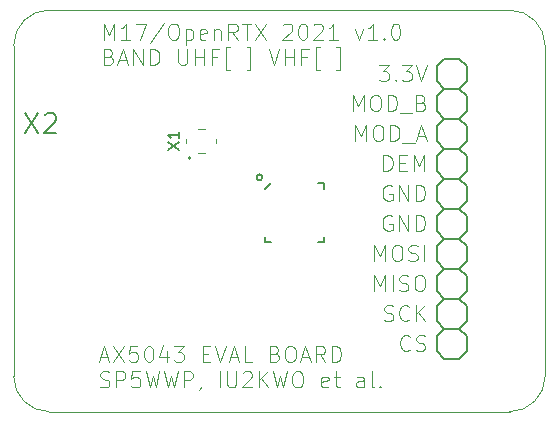
<source format=gbr>
%TF.GenerationSoftware,KiCad,Pcbnew,5.1.10*%
%TF.CreationDate,2021-09-13T14:54:52+02:00*%
%TF.ProjectId,AX5043,41583530-3433-42e6-9b69-6361645f7063,rev?*%
%TF.SameCoordinates,Original*%
%TF.FileFunction,Legend,Top*%
%TF.FilePolarity,Positive*%
%FSLAX46Y46*%
G04 Gerber Fmt 4.6, Leading zero omitted, Abs format (unit mm)*
G04 Created by KiCad (PCBNEW 5.1.10) date 2021-09-13 14:54:52*
%MOMM*%
%LPD*%
G01*
G04 APERTURE LIST*
%TA.AperFunction,Profile*%
%ADD10C,0.050000*%
%TD*%
%ADD11C,0.113792*%
%ADD12C,0.152400*%
%ADD13C,0.127000*%
%ADD14C,0.120000*%
%ADD15C,0.142240*%
%ADD16C,0.150000*%
G04 APERTURE END LIST*
D10*
X127000000Y-110426500D02*
X127000000Y-119000000D01*
X127000000Y-99250500D02*
X127000000Y-91000000D01*
X172000000Y-119000000D02*
X172000000Y-91000000D01*
X130000000Y-122000000D02*
X169000000Y-122000000D01*
X169000000Y-88000000D02*
X130000000Y-88000000D01*
X169000000Y-88000000D02*
G75*
G02*
X172000000Y-91000000I0J-3000000D01*
G01*
X172000000Y-119000000D02*
G75*
G02*
X169000000Y-122000000I-3000000J0D01*
G01*
X130000000Y-122000000D02*
G75*
G02*
X127000000Y-119000000I0J3000000D01*
G01*
X127000000Y-91000000D02*
G75*
G02*
X130000000Y-88000000I3000000J0D01*
G01*
D11*
X157536421Y-109247703D02*
X157536421Y-107896423D01*
X157986848Y-108861623D01*
X158437275Y-107896423D01*
X158437275Y-109247703D01*
X159338128Y-107896423D02*
X159595515Y-107896423D01*
X159724208Y-107960770D01*
X159852901Y-108089463D01*
X159917248Y-108346850D01*
X159917248Y-108797276D01*
X159852901Y-109054663D01*
X159724208Y-109183356D01*
X159595515Y-109247703D01*
X159338128Y-109247703D01*
X159209435Y-109183356D01*
X159080741Y-109054663D01*
X159016395Y-108797276D01*
X159016395Y-108346850D01*
X159080741Y-108089463D01*
X159209435Y-107960770D01*
X159338128Y-107896423D01*
X160432021Y-109183356D02*
X160625061Y-109247703D01*
X160946795Y-109247703D01*
X161075488Y-109183356D01*
X161139835Y-109119010D01*
X161204181Y-108990316D01*
X161204181Y-108861623D01*
X161139835Y-108732930D01*
X161075488Y-108668583D01*
X160946795Y-108604236D01*
X160689408Y-108539890D01*
X160560715Y-108475543D01*
X160496368Y-108411196D01*
X160432021Y-108282503D01*
X160432021Y-108153810D01*
X160496368Y-108025116D01*
X160560715Y-107960770D01*
X160689408Y-107896423D01*
X161011141Y-107896423D01*
X161204181Y-107960770D01*
X161783301Y-109247703D02*
X161783301Y-107896423D01*
X157536421Y-111787703D02*
X157536421Y-110436423D01*
X157986848Y-111401623D01*
X158437275Y-110436423D01*
X158437275Y-111787703D01*
X159080741Y-111787703D02*
X159080741Y-110436423D01*
X159659861Y-111723356D02*
X159852901Y-111787703D01*
X160174635Y-111787703D01*
X160303328Y-111723356D01*
X160367675Y-111659010D01*
X160432021Y-111530316D01*
X160432021Y-111401623D01*
X160367675Y-111272930D01*
X160303328Y-111208583D01*
X160174635Y-111144236D01*
X159917248Y-111079890D01*
X159788555Y-111015543D01*
X159724208Y-110951196D01*
X159659861Y-110822503D01*
X159659861Y-110693810D01*
X159724208Y-110565116D01*
X159788555Y-110500770D01*
X159917248Y-110436423D01*
X160238981Y-110436423D01*
X160432021Y-110500770D01*
X161268528Y-110436423D02*
X161525915Y-110436423D01*
X161654608Y-110500770D01*
X161783301Y-110629463D01*
X161847648Y-110886850D01*
X161847648Y-111337276D01*
X161783301Y-111594663D01*
X161654608Y-111723356D01*
X161525915Y-111787703D01*
X161268528Y-111787703D01*
X161139835Y-111723356D01*
X161011141Y-111594663D01*
X160946795Y-111337276D01*
X160946795Y-110886850D01*
X161011141Y-110629463D01*
X161139835Y-110500770D01*
X161268528Y-110436423D01*
X158372928Y-114263356D02*
X158565968Y-114327703D01*
X158887701Y-114327703D01*
X159016395Y-114263356D01*
X159080741Y-114199010D01*
X159145088Y-114070316D01*
X159145088Y-113941623D01*
X159080741Y-113812930D01*
X159016395Y-113748583D01*
X158887701Y-113684236D01*
X158630315Y-113619890D01*
X158501621Y-113555543D01*
X158437275Y-113491196D01*
X158372928Y-113362503D01*
X158372928Y-113233810D01*
X158437275Y-113105116D01*
X158501621Y-113040770D01*
X158630315Y-112976423D01*
X158952048Y-112976423D01*
X159145088Y-113040770D01*
X160496368Y-114199010D02*
X160432021Y-114263356D01*
X160238981Y-114327703D01*
X160110288Y-114327703D01*
X159917248Y-114263356D01*
X159788555Y-114134663D01*
X159724208Y-114005970D01*
X159659861Y-113748583D01*
X159659861Y-113555543D01*
X159724208Y-113298156D01*
X159788555Y-113169463D01*
X159917248Y-113040770D01*
X160110288Y-112976423D01*
X160238981Y-112976423D01*
X160432021Y-113040770D01*
X160496368Y-113105116D01*
X161075488Y-114327703D02*
X161075488Y-112976423D01*
X161847648Y-114327703D02*
X161268528Y-113555543D01*
X161847648Y-112976423D02*
X161075488Y-113748583D01*
X160560715Y-116739010D02*
X160496368Y-116803356D01*
X160303328Y-116867703D01*
X160174635Y-116867703D01*
X159981595Y-116803356D01*
X159852901Y-116674663D01*
X159788555Y-116545970D01*
X159724208Y-116288583D01*
X159724208Y-116095543D01*
X159788555Y-115838156D01*
X159852901Y-115709463D01*
X159981595Y-115580770D01*
X160174635Y-115516423D01*
X160303328Y-115516423D01*
X160496368Y-115580770D01*
X160560715Y-115645116D01*
X161075488Y-116803356D02*
X161268528Y-116867703D01*
X161590261Y-116867703D01*
X161718955Y-116803356D01*
X161783301Y-116739010D01*
X161847648Y-116610316D01*
X161847648Y-116481623D01*
X161783301Y-116352930D01*
X161718955Y-116288583D01*
X161590261Y-116224236D01*
X161332875Y-116159890D01*
X161204181Y-116095543D01*
X161139835Y-116031196D01*
X161075488Y-115902503D01*
X161075488Y-115773810D01*
X161139835Y-115645116D01*
X161204181Y-115580770D01*
X161332875Y-115516423D01*
X161654608Y-115516423D01*
X161847648Y-115580770D01*
X159016395Y-102880770D02*
X158887701Y-102816423D01*
X158694661Y-102816423D01*
X158501621Y-102880770D01*
X158372928Y-103009463D01*
X158308581Y-103138156D01*
X158244235Y-103395543D01*
X158244235Y-103588583D01*
X158308581Y-103845970D01*
X158372928Y-103974663D01*
X158501621Y-104103356D01*
X158694661Y-104167703D01*
X158823355Y-104167703D01*
X159016395Y-104103356D01*
X159080741Y-104039010D01*
X159080741Y-103588583D01*
X158823355Y-103588583D01*
X159659861Y-104167703D02*
X159659861Y-102816423D01*
X160432021Y-104167703D01*
X160432021Y-102816423D01*
X161075488Y-104167703D02*
X161075488Y-102816423D01*
X161397221Y-102816423D01*
X161590261Y-102880770D01*
X161718955Y-103009463D01*
X161783301Y-103138156D01*
X161847648Y-103395543D01*
X161847648Y-103588583D01*
X161783301Y-103845970D01*
X161718955Y-103974663D01*
X161590261Y-104103356D01*
X161397221Y-104167703D01*
X161075488Y-104167703D01*
X159016395Y-105420770D02*
X158887701Y-105356423D01*
X158694661Y-105356423D01*
X158501621Y-105420770D01*
X158372928Y-105549463D01*
X158308581Y-105678156D01*
X158244235Y-105935543D01*
X158244235Y-106128583D01*
X158308581Y-106385970D01*
X158372928Y-106514663D01*
X158501621Y-106643356D01*
X158694661Y-106707703D01*
X158823355Y-106707703D01*
X159016395Y-106643356D01*
X159080741Y-106579010D01*
X159080741Y-106128583D01*
X158823355Y-106128583D01*
X159659861Y-106707703D02*
X159659861Y-105356423D01*
X160432021Y-106707703D01*
X160432021Y-105356423D01*
X161075488Y-106707703D02*
X161075488Y-105356423D01*
X161397221Y-105356423D01*
X161590261Y-105420770D01*
X161718955Y-105549463D01*
X161783301Y-105678156D01*
X161847648Y-105935543D01*
X161847648Y-106128583D01*
X161783301Y-106385970D01*
X161718955Y-106514663D01*
X161590261Y-106643356D01*
X161397221Y-106707703D01*
X161075488Y-106707703D01*
X158308581Y-101627703D02*
X158308581Y-100276423D01*
X158630315Y-100276423D01*
X158823355Y-100340770D01*
X158952048Y-100469463D01*
X159016395Y-100598156D01*
X159080741Y-100855543D01*
X159080741Y-101048583D01*
X159016395Y-101305970D01*
X158952048Y-101434663D01*
X158823355Y-101563356D01*
X158630315Y-101627703D01*
X158308581Y-101627703D01*
X159659861Y-100919890D02*
X160110288Y-100919890D01*
X160303328Y-101627703D02*
X159659861Y-101627703D01*
X159659861Y-100276423D01*
X160303328Y-100276423D01*
X160882448Y-101627703D02*
X160882448Y-100276423D01*
X161332875Y-101241623D01*
X161783301Y-100276423D01*
X161783301Y-101627703D01*
X155927755Y-99087703D02*
X155927755Y-97736423D01*
X156378181Y-98701623D01*
X156828608Y-97736423D01*
X156828608Y-99087703D01*
X157729461Y-97736423D02*
X157986848Y-97736423D01*
X158115541Y-97800770D01*
X158244235Y-97929463D01*
X158308581Y-98186850D01*
X158308581Y-98637276D01*
X158244235Y-98894663D01*
X158115541Y-99023356D01*
X157986848Y-99087703D01*
X157729461Y-99087703D01*
X157600768Y-99023356D01*
X157472075Y-98894663D01*
X157407728Y-98637276D01*
X157407728Y-98186850D01*
X157472075Y-97929463D01*
X157600768Y-97800770D01*
X157729461Y-97736423D01*
X158887701Y-99087703D02*
X158887701Y-97736423D01*
X159209435Y-97736423D01*
X159402475Y-97800770D01*
X159531168Y-97929463D01*
X159595515Y-98058156D01*
X159659861Y-98315543D01*
X159659861Y-98508583D01*
X159595515Y-98765970D01*
X159531168Y-98894663D01*
X159402475Y-99023356D01*
X159209435Y-99087703D01*
X158887701Y-99087703D01*
X159917248Y-99216396D02*
X160946795Y-99216396D01*
X161204181Y-98701623D02*
X161847648Y-98701623D01*
X161075488Y-99087703D02*
X161525915Y-97736423D01*
X161976341Y-99087703D01*
X155734715Y-96547703D02*
X155734715Y-95196423D01*
X156185141Y-96161623D01*
X156635568Y-95196423D01*
X156635568Y-96547703D01*
X157536421Y-95196423D02*
X157793808Y-95196423D01*
X157922501Y-95260770D01*
X158051195Y-95389463D01*
X158115541Y-95646850D01*
X158115541Y-96097276D01*
X158051195Y-96354663D01*
X157922501Y-96483356D01*
X157793808Y-96547703D01*
X157536421Y-96547703D01*
X157407728Y-96483356D01*
X157279035Y-96354663D01*
X157214688Y-96097276D01*
X157214688Y-95646850D01*
X157279035Y-95389463D01*
X157407728Y-95260770D01*
X157536421Y-95196423D01*
X158694661Y-96547703D02*
X158694661Y-95196423D01*
X159016395Y-95196423D01*
X159209435Y-95260770D01*
X159338128Y-95389463D01*
X159402475Y-95518156D01*
X159466821Y-95775543D01*
X159466821Y-95968583D01*
X159402475Y-96225970D01*
X159338128Y-96354663D01*
X159209435Y-96483356D01*
X159016395Y-96547703D01*
X158694661Y-96547703D01*
X159724208Y-96676396D02*
X160753755Y-96676396D01*
X161525915Y-95839890D02*
X161718955Y-95904236D01*
X161783301Y-95968583D01*
X161847648Y-96097276D01*
X161847648Y-96290316D01*
X161783301Y-96419010D01*
X161718955Y-96483356D01*
X161590261Y-96547703D01*
X161075488Y-96547703D01*
X161075488Y-95196423D01*
X161525915Y-95196423D01*
X161654608Y-95260770D01*
X161718955Y-95325116D01*
X161783301Y-95453810D01*
X161783301Y-95582503D01*
X161718955Y-95711196D01*
X161654608Y-95775543D01*
X161525915Y-95839890D01*
X161075488Y-95839890D01*
X157922501Y-92656423D02*
X158759008Y-92656423D01*
X158308581Y-93171196D01*
X158501621Y-93171196D01*
X158630315Y-93235543D01*
X158694661Y-93299890D01*
X158759008Y-93428583D01*
X158759008Y-93750316D01*
X158694661Y-93879010D01*
X158630315Y-93943356D01*
X158501621Y-94007703D01*
X158115541Y-94007703D01*
X157986848Y-93943356D01*
X157922501Y-93879010D01*
X159338128Y-93879010D02*
X159402475Y-93943356D01*
X159338128Y-94007703D01*
X159273781Y-93943356D01*
X159338128Y-93879010D01*
X159338128Y-94007703D01*
X159852901Y-92656423D02*
X160689408Y-92656423D01*
X160238981Y-93171196D01*
X160432021Y-93171196D01*
X160560715Y-93235543D01*
X160625061Y-93299890D01*
X160689408Y-93428583D01*
X160689408Y-93750316D01*
X160625061Y-93879010D01*
X160560715Y-93943356D01*
X160432021Y-94007703D01*
X160045941Y-94007703D01*
X159917248Y-93943356D01*
X159852901Y-93879010D01*
X161075488Y-92656423D02*
X161525915Y-94007703D01*
X161976341Y-92656423D01*
X134331351Y-117408861D02*
X134974818Y-117408861D01*
X134202658Y-117794941D02*
X134653084Y-116443661D01*
X135103511Y-117794941D01*
X135425244Y-116443661D02*
X136326098Y-117794941D01*
X136326098Y-116443661D02*
X135425244Y-117794941D01*
X137484338Y-116443661D02*
X136840871Y-116443661D01*
X136776524Y-117087128D01*
X136840871Y-117022781D01*
X136969564Y-116958434D01*
X137291298Y-116958434D01*
X137419991Y-117022781D01*
X137484338Y-117087128D01*
X137548684Y-117215821D01*
X137548684Y-117537554D01*
X137484338Y-117666248D01*
X137419991Y-117730594D01*
X137291298Y-117794941D01*
X136969564Y-117794941D01*
X136840871Y-117730594D01*
X136776524Y-117666248D01*
X138385191Y-116443661D02*
X138513884Y-116443661D01*
X138642578Y-116508008D01*
X138706924Y-116572354D01*
X138771271Y-116701048D01*
X138835618Y-116958434D01*
X138835618Y-117280168D01*
X138771271Y-117537554D01*
X138706924Y-117666248D01*
X138642578Y-117730594D01*
X138513884Y-117794941D01*
X138385191Y-117794941D01*
X138256498Y-117730594D01*
X138192151Y-117666248D01*
X138127804Y-117537554D01*
X138063458Y-117280168D01*
X138063458Y-116958434D01*
X138127804Y-116701048D01*
X138192151Y-116572354D01*
X138256498Y-116508008D01*
X138385191Y-116443661D01*
X139993858Y-116894088D02*
X139993858Y-117794941D01*
X139672124Y-116379314D02*
X139350391Y-117344514D01*
X140186898Y-117344514D01*
X140572978Y-116443661D02*
X141409484Y-116443661D01*
X140959058Y-116958434D01*
X141152098Y-116958434D01*
X141280791Y-117022781D01*
X141345138Y-117087128D01*
X141409484Y-117215821D01*
X141409484Y-117537554D01*
X141345138Y-117666248D01*
X141280791Y-117730594D01*
X141152098Y-117794941D01*
X140766018Y-117794941D01*
X140637324Y-117730594D01*
X140572978Y-117666248D01*
X143018151Y-117087128D02*
X143468578Y-117087128D01*
X143661618Y-117794941D02*
X143018151Y-117794941D01*
X143018151Y-116443661D01*
X143661618Y-116443661D01*
X144047698Y-116443661D02*
X144498124Y-117794941D01*
X144948551Y-116443661D01*
X145334631Y-117408861D02*
X145978098Y-117408861D01*
X145205938Y-117794941D02*
X145656364Y-116443661D01*
X146106791Y-117794941D01*
X147200684Y-117794941D02*
X146557218Y-117794941D01*
X146557218Y-116443661D01*
X149131084Y-117087128D02*
X149324124Y-117151474D01*
X149388471Y-117215821D01*
X149452818Y-117344514D01*
X149452818Y-117537554D01*
X149388471Y-117666248D01*
X149324124Y-117730594D01*
X149195431Y-117794941D01*
X148680658Y-117794941D01*
X148680658Y-116443661D01*
X149131084Y-116443661D01*
X149259778Y-116508008D01*
X149324124Y-116572354D01*
X149388471Y-116701048D01*
X149388471Y-116829741D01*
X149324124Y-116958434D01*
X149259778Y-117022781D01*
X149131084Y-117087128D01*
X148680658Y-117087128D01*
X150289324Y-116443661D02*
X150546711Y-116443661D01*
X150675404Y-116508008D01*
X150804098Y-116636701D01*
X150868444Y-116894088D01*
X150868444Y-117344514D01*
X150804098Y-117601901D01*
X150675404Y-117730594D01*
X150546711Y-117794941D01*
X150289324Y-117794941D01*
X150160631Y-117730594D01*
X150031938Y-117601901D01*
X149967591Y-117344514D01*
X149967591Y-116894088D01*
X150031938Y-116636701D01*
X150160631Y-116508008D01*
X150289324Y-116443661D01*
X151383218Y-117408861D02*
X152026684Y-117408861D01*
X151254524Y-117794941D02*
X151704951Y-116443661D01*
X152155378Y-117794941D01*
X153377964Y-117794941D02*
X152927538Y-117151474D01*
X152605804Y-117794941D02*
X152605804Y-116443661D01*
X153120578Y-116443661D01*
X153249271Y-116508008D01*
X153313618Y-116572354D01*
X153377964Y-116701048D01*
X153377964Y-116894088D01*
X153313618Y-117022781D01*
X153249271Y-117087128D01*
X153120578Y-117151474D01*
X152605804Y-117151474D01*
X153957084Y-117794941D02*
X153957084Y-116443661D01*
X154278818Y-116443661D01*
X154471858Y-116508008D01*
X154600551Y-116636701D01*
X154664898Y-116765394D01*
X154729244Y-117022781D01*
X154729244Y-117215821D01*
X154664898Y-117473208D01*
X154600551Y-117601901D01*
X154471858Y-117730594D01*
X154278818Y-117794941D01*
X153957084Y-117794941D01*
X134331351Y-119871306D02*
X134524391Y-119935653D01*
X134846124Y-119935653D01*
X134974818Y-119871306D01*
X135039164Y-119806960D01*
X135103511Y-119678266D01*
X135103511Y-119549573D01*
X135039164Y-119420880D01*
X134974818Y-119356533D01*
X134846124Y-119292186D01*
X134588738Y-119227840D01*
X134460044Y-119163493D01*
X134395698Y-119099146D01*
X134331351Y-118970453D01*
X134331351Y-118841760D01*
X134395698Y-118713066D01*
X134460044Y-118648720D01*
X134588738Y-118584373D01*
X134910471Y-118584373D01*
X135103511Y-118648720D01*
X135682631Y-119935653D02*
X135682631Y-118584373D01*
X136197404Y-118584373D01*
X136326098Y-118648720D01*
X136390444Y-118713066D01*
X136454791Y-118841760D01*
X136454791Y-119034800D01*
X136390444Y-119163493D01*
X136326098Y-119227840D01*
X136197404Y-119292186D01*
X135682631Y-119292186D01*
X137677378Y-118584373D02*
X137033911Y-118584373D01*
X136969564Y-119227840D01*
X137033911Y-119163493D01*
X137162604Y-119099146D01*
X137484338Y-119099146D01*
X137613031Y-119163493D01*
X137677378Y-119227840D01*
X137741724Y-119356533D01*
X137741724Y-119678266D01*
X137677378Y-119806960D01*
X137613031Y-119871306D01*
X137484338Y-119935653D01*
X137162604Y-119935653D01*
X137033911Y-119871306D01*
X136969564Y-119806960D01*
X138192151Y-118584373D02*
X138513884Y-119935653D01*
X138771271Y-118970453D01*
X139028658Y-119935653D01*
X139350391Y-118584373D01*
X139736471Y-118584373D02*
X140058204Y-119935653D01*
X140315591Y-118970453D01*
X140572978Y-119935653D01*
X140894711Y-118584373D01*
X141409484Y-119935653D02*
X141409484Y-118584373D01*
X141924258Y-118584373D01*
X142052951Y-118648720D01*
X142117298Y-118713066D01*
X142181644Y-118841760D01*
X142181644Y-119034800D01*
X142117298Y-119163493D01*
X142052951Y-119227840D01*
X141924258Y-119292186D01*
X141409484Y-119292186D01*
X142825111Y-119871306D02*
X142825111Y-119935653D01*
X142760764Y-120064346D01*
X142696418Y-120128693D01*
X144433778Y-119935653D02*
X144433778Y-118584373D01*
X145077244Y-118584373D02*
X145077244Y-119678266D01*
X145141591Y-119806960D01*
X145205938Y-119871306D01*
X145334631Y-119935653D01*
X145592018Y-119935653D01*
X145720711Y-119871306D01*
X145785058Y-119806960D01*
X145849404Y-119678266D01*
X145849404Y-118584373D01*
X146428524Y-118713066D02*
X146492871Y-118648720D01*
X146621564Y-118584373D01*
X146943298Y-118584373D01*
X147071991Y-118648720D01*
X147136338Y-118713066D01*
X147200684Y-118841760D01*
X147200684Y-118970453D01*
X147136338Y-119163493D01*
X146364178Y-119935653D01*
X147200684Y-119935653D01*
X147779804Y-119935653D02*
X147779804Y-118584373D01*
X148551964Y-119935653D02*
X147972844Y-119163493D01*
X148551964Y-118584373D02*
X147779804Y-119356533D01*
X149002391Y-118584373D02*
X149324124Y-119935653D01*
X149581511Y-118970453D01*
X149838898Y-119935653D01*
X150160631Y-118584373D01*
X150932791Y-118584373D02*
X151190178Y-118584373D01*
X151318871Y-118648720D01*
X151447564Y-118777413D01*
X151511911Y-119034800D01*
X151511911Y-119485226D01*
X151447564Y-119742613D01*
X151318871Y-119871306D01*
X151190178Y-119935653D01*
X150932791Y-119935653D01*
X150804098Y-119871306D01*
X150675404Y-119742613D01*
X150611058Y-119485226D01*
X150611058Y-119034800D01*
X150675404Y-118777413D01*
X150804098Y-118648720D01*
X150932791Y-118584373D01*
X153635351Y-119871306D02*
X153506658Y-119935653D01*
X153249271Y-119935653D01*
X153120578Y-119871306D01*
X153056231Y-119742613D01*
X153056231Y-119227840D01*
X153120578Y-119099146D01*
X153249271Y-119034800D01*
X153506658Y-119034800D01*
X153635351Y-119099146D01*
X153699698Y-119227840D01*
X153699698Y-119356533D01*
X153056231Y-119485226D01*
X154085778Y-119034800D02*
X154600551Y-119034800D01*
X154278818Y-118584373D02*
X154278818Y-119742613D01*
X154343164Y-119871306D01*
X154471858Y-119935653D01*
X154600551Y-119935653D01*
X156659644Y-119935653D02*
X156659644Y-119227840D01*
X156595298Y-119099146D01*
X156466604Y-119034800D01*
X156209218Y-119034800D01*
X156080524Y-119099146D01*
X156659644Y-119871306D02*
X156530951Y-119935653D01*
X156209218Y-119935653D01*
X156080524Y-119871306D01*
X156016178Y-119742613D01*
X156016178Y-119613920D01*
X156080524Y-119485226D01*
X156209218Y-119420880D01*
X156530951Y-119420880D01*
X156659644Y-119356533D01*
X157496151Y-119935653D02*
X157367458Y-119871306D01*
X157303111Y-119742613D01*
X157303111Y-118584373D01*
X158010924Y-119806960D02*
X158075271Y-119871306D01*
X158010924Y-119935653D01*
X157946578Y-119871306D01*
X158010924Y-119806960D01*
X158010924Y-119935653D01*
X134635698Y-90506933D02*
X134635698Y-89155653D01*
X135086124Y-90120853D01*
X135536551Y-89155653D01*
X135536551Y-90506933D01*
X136887831Y-90506933D02*
X136115671Y-90506933D01*
X136501751Y-90506933D02*
X136501751Y-89155653D01*
X136373058Y-89348693D01*
X136244364Y-89477386D01*
X136115671Y-89541733D01*
X137338258Y-89155653D02*
X138239111Y-89155653D01*
X137659991Y-90506933D01*
X139719084Y-89091306D02*
X138560844Y-90828666D01*
X140426898Y-89155653D02*
X140684284Y-89155653D01*
X140812978Y-89220000D01*
X140941671Y-89348693D01*
X141006018Y-89606080D01*
X141006018Y-90056506D01*
X140941671Y-90313893D01*
X140812978Y-90442586D01*
X140684284Y-90506933D01*
X140426898Y-90506933D01*
X140298204Y-90442586D01*
X140169511Y-90313893D01*
X140105164Y-90056506D01*
X140105164Y-89606080D01*
X140169511Y-89348693D01*
X140298204Y-89220000D01*
X140426898Y-89155653D01*
X141585138Y-89606080D02*
X141585138Y-90957360D01*
X141585138Y-89670426D02*
X141713831Y-89606080D01*
X141971218Y-89606080D01*
X142099911Y-89670426D01*
X142164258Y-89734773D01*
X142228604Y-89863466D01*
X142228604Y-90249546D01*
X142164258Y-90378240D01*
X142099911Y-90442586D01*
X141971218Y-90506933D01*
X141713831Y-90506933D01*
X141585138Y-90442586D01*
X143322498Y-90442586D02*
X143193804Y-90506933D01*
X142936418Y-90506933D01*
X142807724Y-90442586D01*
X142743378Y-90313893D01*
X142743378Y-89799120D01*
X142807724Y-89670426D01*
X142936418Y-89606080D01*
X143193804Y-89606080D01*
X143322498Y-89670426D01*
X143386844Y-89799120D01*
X143386844Y-89927813D01*
X142743378Y-90056506D01*
X143965964Y-89606080D02*
X143965964Y-90506933D01*
X143965964Y-89734773D02*
X144030311Y-89670426D01*
X144159004Y-89606080D01*
X144352044Y-89606080D01*
X144480738Y-89670426D01*
X144545084Y-89799120D01*
X144545084Y-90506933D01*
X145960711Y-90506933D02*
X145510284Y-89863466D01*
X145188551Y-90506933D02*
X145188551Y-89155653D01*
X145703324Y-89155653D01*
X145832018Y-89220000D01*
X145896364Y-89284346D01*
X145960711Y-89413040D01*
X145960711Y-89606080D01*
X145896364Y-89734773D01*
X145832018Y-89799120D01*
X145703324Y-89863466D01*
X145188551Y-89863466D01*
X146346791Y-89155653D02*
X147118951Y-89155653D01*
X146732871Y-90506933D02*
X146732871Y-89155653D01*
X147440684Y-89155653D02*
X148341538Y-90506933D01*
X148341538Y-89155653D02*
X147440684Y-90506933D01*
X149821511Y-89284346D02*
X149885858Y-89220000D01*
X150014551Y-89155653D01*
X150336284Y-89155653D01*
X150464978Y-89220000D01*
X150529324Y-89284346D01*
X150593671Y-89413040D01*
X150593671Y-89541733D01*
X150529324Y-89734773D01*
X149757164Y-90506933D01*
X150593671Y-90506933D01*
X151430178Y-89155653D02*
X151558871Y-89155653D01*
X151687564Y-89220000D01*
X151751911Y-89284346D01*
X151816258Y-89413040D01*
X151880604Y-89670426D01*
X151880604Y-89992160D01*
X151816258Y-90249546D01*
X151751911Y-90378240D01*
X151687564Y-90442586D01*
X151558871Y-90506933D01*
X151430178Y-90506933D01*
X151301484Y-90442586D01*
X151237138Y-90378240D01*
X151172791Y-90249546D01*
X151108444Y-89992160D01*
X151108444Y-89670426D01*
X151172791Y-89413040D01*
X151237138Y-89284346D01*
X151301484Y-89220000D01*
X151430178Y-89155653D01*
X152395378Y-89284346D02*
X152459724Y-89220000D01*
X152588418Y-89155653D01*
X152910151Y-89155653D01*
X153038844Y-89220000D01*
X153103191Y-89284346D01*
X153167538Y-89413040D01*
X153167538Y-89541733D01*
X153103191Y-89734773D01*
X152331031Y-90506933D01*
X153167538Y-90506933D01*
X154454471Y-90506933D02*
X153682311Y-90506933D01*
X154068391Y-90506933D02*
X154068391Y-89155653D01*
X153939698Y-89348693D01*
X153811004Y-89477386D01*
X153682311Y-89541733D01*
X155934444Y-89606080D02*
X156256178Y-90506933D01*
X156577911Y-89606080D01*
X157800498Y-90506933D02*
X157028338Y-90506933D01*
X157414418Y-90506933D02*
X157414418Y-89155653D01*
X157285724Y-89348693D01*
X157157031Y-89477386D01*
X157028338Y-89541733D01*
X158379618Y-90378240D02*
X158443964Y-90442586D01*
X158379618Y-90506933D01*
X158315271Y-90442586D01*
X158379618Y-90378240D01*
X158379618Y-90506933D01*
X159280471Y-89155653D02*
X159409164Y-89155653D01*
X159537858Y-89220000D01*
X159602204Y-89284346D01*
X159666551Y-89413040D01*
X159730898Y-89670426D01*
X159730898Y-89992160D01*
X159666551Y-90249546D01*
X159602204Y-90378240D01*
X159537858Y-90442586D01*
X159409164Y-90506933D01*
X159280471Y-90506933D01*
X159151778Y-90442586D01*
X159087431Y-90378240D01*
X159023084Y-90249546D01*
X158958738Y-89992160D01*
X158958738Y-89670426D01*
X159023084Y-89413040D01*
X159087431Y-89284346D01*
X159151778Y-89220000D01*
X159280471Y-89155653D01*
X135086124Y-91939832D02*
X135279164Y-92004178D01*
X135343511Y-92068525D01*
X135407858Y-92197218D01*
X135407858Y-92390258D01*
X135343511Y-92518952D01*
X135279164Y-92583298D01*
X135150471Y-92647645D01*
X134635698Y-92647645D01*
X134635698Y-91296365D01*
X135086124Y-91296365D01*
X135214818Y-91360712D01*
X135279164Y-91425058D01*
X135343511Y-91553752D01*
X135343511Y-91682445D01*
X135279164Y-91811138D01*
X135214818Y-91875485D01*
X135086124Y-91939832D01*
X134635698Y-91939832D01*
X135922631Y-92261565D02*
X136566098Y-92261565D01*
X135793938Y-92647645D02*
X136244364Y-91296365D01*
X136694791Y-92647645D01*
X137145218Y-92647645D02*
X137145218Y-91296365D01*
X137917378Y-92647645D01*
X137917378Y-91296365D01*
X138560844Y-92647645D02*
X138560844Y-91296365D01*
X138882578Y-91296365D01*
X139075618Y-91360712D01*
X139204311Y-91489405D01*
X139268658Y-91618098D01*
X139333004Y-91875485D01*
X139333004Y-92068525D01*
X139268658Y-92325912D01*
X139204311Y-92454605D01*
X139075618Y-92583298D01*
X138882578Y-92647645D01*
X138560844Y-92647645D01*
X140941671Y-91296365D02*
X140941671Y-92390258D01*
X141006018Y-92518952D01*
X141070364Y-92583298D01*
X141199058Y-92647645D01*
X141456444Y-92647645D01*
X141585138Y-92583298D01*
X141649484Y-92518952D01*
X141713831Y-92390258D01*
X141713831Y-91296365D01*
X142357298Y-92647645D02*
X142357298Y-91296365D01*
X142357298Y-91939832D02*
X143129458Y-91939832D01*
X143129458Y-92647645D02*
X143129458Y-91296365D01*
X144223351Y-91939832D02*
X143772924Y-91939832D01*
X143772924Y-92647645D02*
X143772924Y-91296365D01*
X144416391Y-91296365D01*
X145317244Y-93098072D02*
X144995511Y-93098072D01*
X144995511Y-91167672D01*
X145317244Y-91167672D01*
X146732871Y-93098072D02*
X147054604Y-93098072D01*
X147054604Y-91167672D01*
X146732871Y-91167672D01*
X148598924Y-91296365D02*
X149049351Y-92647645D01*
X149499778Y-91296365D01*
X149950204Y-92647645D02*
X149950204Y-91296365D01*
X149950204Y-91939832D02*
X150722364Y-91939832D01*
X150722364Y-92647645D02*
X150722364Y-91296365D01*
X151816258Y-91939832D02*
X151365831Y-91939832D01*
X151365831Y-92647645D02*
X151365831Y-91296365D01*
X152009298Y-91296365D01*
X152910151Y-93098072D02*
X152588418Y-93098072D01*
X152588418Y-91167672D01*
X152910151Y-91167672D01*
X154325778Y-93098072D02*
X154647511Y-93098072D01*
X154647511Y-91167672D01*
X154325778Y-91167672D01*
D12*
X162814000Y-116903500D02*
X162814000Y-115633500D01*
X163449000Y-114998500D02*
X162814000Y-115633500D01*
X165354000Y-115633500D02*
X164719000Y-114998500D01*
X163449000Y-117538500D02*
X162814000Y-116903500D01*
X164719000Y-117538500D02*
X163449000Y-117538500D01*
X165354000Y-116903500D02*
X164719000Y-117538500D01*
X165354000Y-115633500D02*
X165354000Y-116903500D01*
X162814000Y-94043500D02*
X162814000Y-92773500D01*
X163449000Y-92138500D02*
X162814000Y-92773500D01*
X165354000Y-92773500D02*
X164719000Y-92138500D01*
X164719000Y-92138500D02*
X163449000Y-92138500D01*
X162814000Y-95313500D02*
X163449000Y-94678500D01*
X162814000Y-96583500D02*
X162814000Y-95313500D01*
X163449000Y-97218500D02*
X162814000Y-96583500D01*
X164719000Y-97218500D02*
X163449000Y-97218500D01*
X165354000Y-96583500D02*
X164719000Y-97218500D01*
X165354000Y-95313500D02*
X165354000Y-96583500D01*
X164719000Y-94678500D02*
X165354000Y-95313500D01*
X163449000Y-94678500D02*
X162814000Y-94043500D01*
X164719000Y-94678500D02*
X163449000Y-94678500D01*
X165354000Y-94043500D02*
X164719000Y-94678500D01*
X165354000Y-92773500D02*
X165354000Y-94043500D01*
X162814000Y-101663500D02*
X162814000Y-100393500D01*
X163449000Y-99758500D02*
X162814000Y-100393500D01*
X165354000Y-100393500D02*
X164719000Y-99758500D01*
X162814000Y-97853500D02*
X163449000Y-97218500D01*
X162814000Y-99123500D02*
X162814000Y-97853500D01*
X163449000Y-99758500D02*
X162814000Y-99123500D01*
X164719000Y-99758500D02*
X163449000Y-99758500D01*
X165354000Y-99123500D02*
X164719000Y-99758500D01*
X165354000Y-97853500D02*
X165354000Y-99123500D01*
X164719000Y-97218500D02*
X165354000Y-97853500D01*
X162814000Y-102933500D02*
X163449000Y-102298500D01*
X162814000Y-104203500D02*
X162814000Y-102933500D01*
X163449000Y-104838500D02*
X162814000Y-104203500D01*
X164719000Y-104838500D02*
X163449000Y-104838500D01*
X165354000Y-104203500D02*
X164719000Y-104838500D01*
X165354000Y-102933500D02*
X165354000Y-104203500D01*
X164719000Y-102298500D02*
X165354000Y-102933500D01*
X163449000Y-102298500D02*
X162814000Y-101663500D01*
X164719000Y-102298500D02*
X163449000Y-102298500D01*
X165354000Y-101663500D02*
X164719000Y-102298500D01*
X165354000Y-100393500D02*
X165354000Y-101663500D01*
X162814000Y-109283500D02*
X162814000Y-108013500D01*
X163449000Y-107378500D02*
X162814000Y-108013500D01*
X165354000Y-108013500D02*
X164719000Y-107378500D01*
X162814000Y-105473500D02*
X163449000Y-104838500D01*
X162814000Y-106743500D02*
X162814000Y-105473500D01*
X163449000Y-107378500D02*
X162814000Y-106743500D01*
X164719000Y-107378500D02*
X163449000Y-107378500D01*
X165354000Y-106743500D02*
X164719000Y-107378500D01*
X165354000Y-105473500D02*
X165354000Y-106743500D01*
X164719000Y-104838500D02*
X165354000Y-105473500D01*
X162814000Y-110553500D02*
X163449000Y-109918500D01*
X162814000Y-111823500D02*
X162814000Y-110553500D01*
X163449000Y-112458500D02*
X162814000Y-111823500D01*
X164719000Y-112458500D02*
X163449000Y-112458500D01*
X165354000Y-111823500D02*
X164719000Y-112458500D01*
X165354000Y-110553500D02*
X165354000Y-111823500D01*
X164719000Y-109918500D02*
X165354000Y-110553500D01*
X163449000Y-109918500D02*
X162814000Y-109283500D01*
X164719000Y-109918500D02*
X163449000Y-109918500D01*
X165354000Y-109283500D02*
X164719000Y-109918500D01*
X165354000Y-108013500D02*
X165354000Y-109283500D01*
X162814000Y-113093500D02*
X163449000Y-112458500D01*
X162814000Y-114363500D02*
X162814000Y-113093500D01*
X163449000Y-114998500D02*
X162814000Y-114363500D01*
X164719000Y-114998500D02*
X163449000Y-114998500D01*
X165354000Y-114363500D02*
X164719000Y-114998500D01*
X165354000Y-113093500D02*
X165354000Y-114363500D01*
X164719000Y-112458500D02*
X165354000Y-113093500D01*
D13*
X148063600Y-102166100D02*
G75*
G03*
X148063600Y-102166100I-250000J0D01*
G01*
X148313600Y-103176100D02*
X148813600Y-102676100D01*
X153313600Y-102676100D02*
X153313600Y-103176100D01*
X152813600Y-102676100D02*
X153313600Y-102676100D01*
X153313600Y-107676100D02*
X153313600Y-107176100D01*
X152813600Y-107676100D02*
X153313600Y-107676100D01*
X148313600Y-107676100D02*
X148813600Y-107676100D01*
X148313600Y-107176100D02*
X148313600Y-107676100D01*
D10*
X127000000Y-99250500D02*
X127000000Y-110426500D01*
D14*
X141998606Y-100510000D02*
G75*
G03*
X141998606Y-100510000I-111803J0D01*
G01*
X141936803Y-100510000D02*
G75*
G03*
X141936803Y-100510000I-50000J0D01*
G01*
X143225000Y-100060000D02*
X142575000Y-100060000D01*
X143225000Y-98060000D02*
X142575000Y-98060000D01*
X141625000Y-99260000D02*
X141625000Y-98910000D01*
X144125000Y-99260000D02*
X144125000Y-98910000D01*
D15*
X127968756Y-96718966D02*
X129094822Y-98408066D01*
X129094822Y-96718966D02*
X127968756Y-98408066D01*
X129657856Y-96879833D02*
X129738289Y-96799400D01*
X129899156Y-96718966D01*
X130301322Y-96718966D01*
X130462189Y-96799400D01*
X130542622Y-96879833D01*
X130623056Y-97040700D01*
X130623056Y-97201566D01*
X130542622Y-97442866D01*
X129577422Y-98408066D01*
X130623056Y-98408066D01*
D16*
X140041380Y-99869523D02*
X141041380Y-99202857D01*
X140041380Y-99202857D02*
X141041380Y-99869523D01*
X141041380Y-98298095D02*
X141041380Y-98869523D01*
X141041380Y-98583809D02*
X140041380Y-98583809D01*
X140184238Y-98679047D01*
X140279476Y-98774285D01*
X140327095Y-98869523D01*
M02*

</source>
